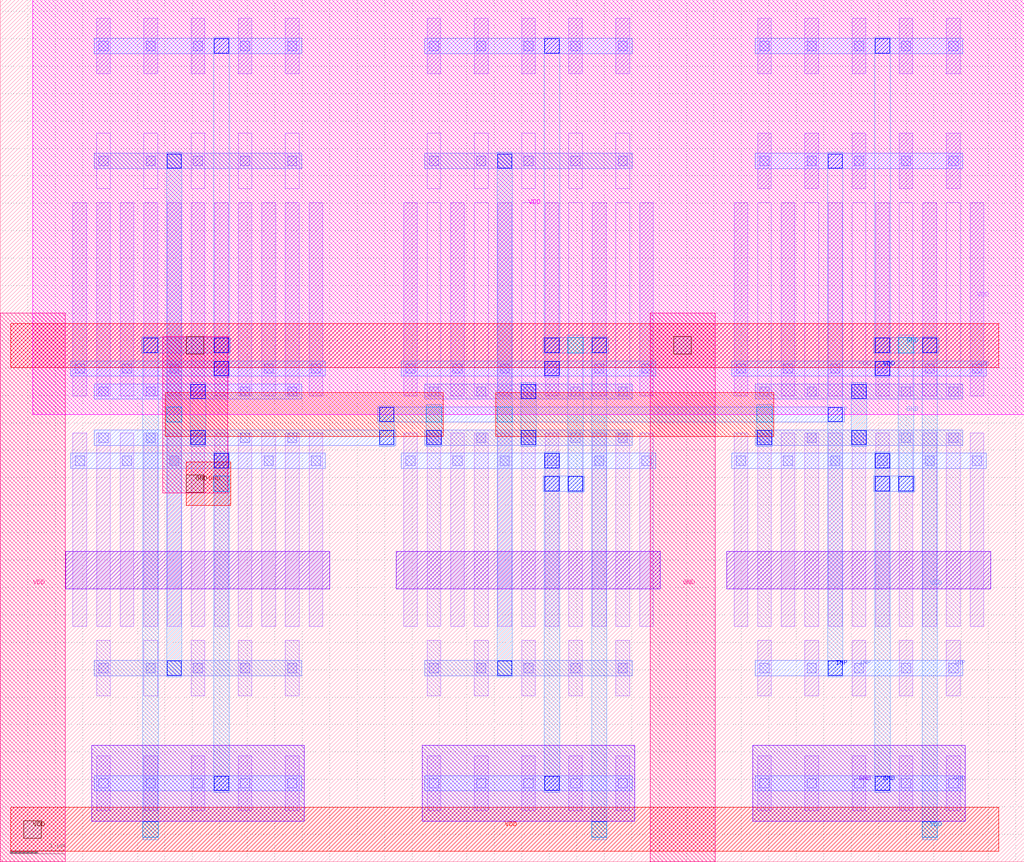
<source format=lef>
VERSION 5.7 ;
  NOWIREEXTENSIONATPIN ON ;
  DIVIDERCHAR "/" ;
  BUSBITCHARS "[]" ;
MACRO RING_OSCILLATOR
  CLASS BLOCK ;
  FOREIGN RING_OSCILLATOR ;
  ORIGIN 0.000 0.000 ;
  SIZE 18.650 BY 15.710 ;
  PIN VDD
    ANTENNADIFFAREA 7.014000 ;
    PORT
      LAYER nwell ;
        RECT 0.590 8.150 18.650 15.710 ;
      LAYER li1 ;
        RECT 1.755 14.365 2.005 15.375 ;
        RECT 2.615 14.365 2.865 15.375 ;
        RECT 3.475 14.365 3.725 15.375 ;
        RECT 4.335 14.365 4.585 15.375 ;
        RECT 5.195 14.365 5.445 15.375 ;
        RECT 7.775 14.365 8.025 15.375 ;
        RECT 8.635 14.365 8.885 15.375 ;
        RECT 9.495 14.365 9.745 15.375 ;
        RECT 10.355 14.365 10.605 15.375 ;
        RECT 11.215 14.365 11.465 15.375 ;
        RECT 13.795 14.365 14.045 15.375 ;
        RECT 14.655 14.365 14.905 15.375 ;
        RECT 15.515 14.365 15.765 15.375 ;
        RECT 16.375 14.365 16.625 15.375 ;
        RECT 17.235 14.365 17.485 15.375 ;
        RECT 1.325 8.485 1.575 12.015 ;
        RECT 2.185 8.485 2.435 12.015 ;
        RECT 3.045 8.485 3.295 12.015 ;
        RECT 3.905 8.485 4.155 12.015 ;
        RECT 4.765 8.485 5.015 12.015 ;
        RECT 5.625 8.485 5.875 12.015 ;
        RECT 7.345 8.485 7.595 12.015 ;
        RECT 8.205 8.485 8.455 12.015 ;
        RECT 9.065 8.485 9.315 12.015 ;
        RECT 9.925 8.485 10.175 12.015 ;
        RECT 10.785 8.485 11.035 12.015 ;
        RECT 11.645 8.485 11.895 12.015 ;
        RECT 13.365 8.485 13.615 12.015 ;
        RECT 14.225 8.485 14.475 12.015 ;
        RECT 15.085 8.485 15.335 12.015 ;
        RECT 15.945 8.485 16.195 12.015 ;
        RECT 16.805 8.485 17.055 12.015 ;
        RECT 17.665 8.485 17.915 12.015 ;
      LAYER mcon ;
        RECT 1.795 14.785 1.965 14.955 ;
        RECT 2.655 14.785 2.825 14.955 ;
        RECT 3.515 14.785 3.685 14.955 ;
        RECT 4.375 14.785 4.545 14.955 ;
        RECT 5.235 14.785 5.405 14.955 ;
        RECT 7.815 14.785 7.985 14.955 ;
        RECT 8.675 14.785 8.845 14.955 ;
        RECT 9.535 14.785 9.705 14.955 ;
        RECT 10.395 14.785 10.565 14.955 ;
        RECT 11.255 14.785 11.425 14.955 ;
        RECT 13.835 14.785 14.005 14.955 ;
        RECT 14.695 14.785 14.865 14.955 ;
        RECT 15.555 14.785 15.725 14.955 ;
        RECT 16.415 14.785 16.585 14.955 ;
        RECT 17.275 14.785 17.445 14.955 ;
        RECT 1.365 8.905 1.535 9.075 ;
        RECT 2.225 8.905 2.395 9.075 ;
        RECT 3.085 8.905 3.255 9.075 ;
        RECT 3.945 8.905 4.115 9.075 ;
        RECT 4.805 8.905 4.975 9.075 ;
        RECT 5.665 8.905 5.835 9.075 ;
        RECT 7.385 8.905 7.555 9.075 ;
        RECT 8.245 8.905 8.415 9.075 ;
        RECT 9.105 8.905 9.275 9.075 ;
        RECT 9.965 8.905 10.135 9.075 ;
        RECT 10.825 8.905 10.995 9.075 ;
        RECT 11.685 8.905 11.855 9.075 ;
        RECT 13.405 8.905 13.575 9.075 ;
        RECT 14.265 8.905 14.435 9.075 ;
        RECT 15.125 8.905 15.295 9.075 ;
        RECT 15.985 8.905 16.155 9.075 ;
        RECT 16.845 8.905 17.015 9.075 ;
        RECT 17.705 8.905 17.875 9.075 ;
      LAYER met1 ;
        RECT 1.710 14.730 5.490 15.010 ;
        RECT 7.730 14.730 11.510 15.010 ;
        RECT 13.750 14.730 17.530 15.010 ;
        RECT 2.580 9.270 4.190 9.550 ;
        RECT 9.890 9.270 11.070 9.550 ;
        RECT 15.910 9.270 17.090 9.550 ;
        RECT 1.280 8.850 5.920 9.130 ;
        RECT 7.300 8.850 11.940 9.130 ;
        RECT 13.320 8.850 17.960 9.130 ;
      LAYER via ;
        RECT 3.900 14.740 4.160 15.000 ;
        RECT 9.920 14.740 10.180 15.000 ;
        RECT 15.940 14.740 16.200 15.000 ;
        RECT 2.610 9.280 2.870 9.540 ;
        RECT 3.900 9.280 4.160 9.540 ;
        RECT 9.920 9.280 10.180 9.540 ;
        RECT 10.780 9.280 11.040 9.540 ;
        RECT 15.940 9.280 16.200 9.540 ;
        RECT 16.800 9.280 17.060 9.540 ;
        RECT 3.900 8.860 4.160 9.120 ;
        RECT 9.920 8.860 10.180 9.120 ;
        RECT 15.940 8.860 16.200 9.120 ;
      LAYER met2 ;
        RECT 2.600 0.405 2.880 9.570 ;
        RECT 3.890 8.830 4.170 15.030 ;
        RECT 9.910 8.830 10.190 15.030 ;
        RECT 10.770 0.405 11.050 9.570 ;
        RECT 15.930 8.830 16.210 15.030 ;
        RECT 16.790 0.405 17.070 9.570 ;
      LAYER via2 ;
        RECT 2.600 0.450 2.880 0.730 ;
        RECT 10.770 0.450 11.050 0.730 ;
        RECT 16.790 0.450 17.070 0.730 ;
      LAYER met3 ;
        RECT 0.190 0.190 18.190 0.990 ;
      LAYER via3 ;
        RECT 0.430 0.430 0.750 0.750 ;
      LAYER met4 ;
        RECT 0.000 0.000 1.180 10.000 ;
    END
  END VDD
  PIN INP
    ANTENNAGATEAREA 1.890000 ;
    ANTENNADIFFAREA 1.764000 ;
    PORT
      LAYER li1 ;
        RECT 13.795 12.265 14.045 13.275 ;
        RECT 14.655 12.265 14.905 13.275 ;
        RECT 15.515 12.265 15.765 13.275 ;
        RECT 16.375 12.265 16.625 13.275 ;
        RECT 17.235 12.265 17.485 13.275 ;
        RECT 1.755 8.485 2.005 12.015 ;
        RECT 2.615 8.485 2.865 12.015 ;
        RECT 3.475 8.485 3.725 12.015 ;
        RECT 4.335 8.485 4.585 12.015 ;
        RECT 5.195 8.485 5.445 12.015 ;
        RECT 1.755 4.285 2.005 7.815 ;
        RECT 2.615 4.285 2.865 7.815 ;
        RECT 3.475 4.285 3.725 7.815 ;
        RECT 4.335 4.285 4.585 7.815 ;
        RECT 5.195 4.285 5.445 7.815 ;
        RECT 13.795 3.025 14.045 4.035 ;
        RECT 14.655 3.025 14.905 4.035 ;
        RECT 15.515 3.025 15.765 4.035 ;
        RECT 16.375 3.025 16.625 4.035 ;
        RECT 17.235 3.025 17.485 4.035 ;
      LAYER mcon ;
        RECT 13.835 12.685 14.005 12.855 ;
        RECT 14.695 12.685 14.865 12.855 ;
        RECT 15.555 12.685 15.725 12.855 ;
        RECT 16.415 12.685 16.585 12.855 ;
        RECT 17.275 12.685 17.445 12.855 ;
        RECT 1.795 8.485 1.965 8.655 ;
        RECT 2.655 8.485 2.825 8.655 ;
        RECT 3.515 8.485 3.685 8.655 ;
        RECT 4.375 8.485 4.545 8.655 ;
        RECT 5.235 8.485 5.405 8.655 ;
        RECT 1.795 7.645 1.965 7.815 ;
        RECT 2.655 7.645 2.825 7.815 ;
        RECT 3.515 7.645 3.685 7.815 ;
        RECT 4.375 7.645 4.545 7.815 ;
        RECT 5.235 7.645 5.405 7.815 ;
        RECT 13.835 3.445 14.005 3.615 ;
        RECT 14.695 3.445 14.865 3.615 ;
        RECT 15.555 3.445 15.725 3.615 ;
        RECT 16.415 3.445 16.585 3.615 ;
        RECT 17.275 3.445 17.445 3.615 ;
      LAYER met1 ;
        RECT 13.750 12.630 17.530 12.910 ;
        RECT 1.710 8.430 5.490 8.710 ;
        RECT 6.880 8.010 15.370 8.290 ;
        RECT 1.710 7.590 7.200 7.870 ;
        RECT 13.750 3.390 17.530 3.670 ;
      LAYER via ;
        RECT 15.080 12.640 15.340 12.900 ;
        RECT 3.470 8.440 3.730 8.700 ;
        RECT 6.910 8.020 7.170 8.280 ;
        RECT 15.080 8.020 15.340 8.280 ;
        RECT 3.470 7.600 3.730 7.860 ;
        RECT 6.910 7.600 7.170 7.860 ;
        RECT 15.080 3.400 15.340 3.660 ;
      LAYER met2 ;
        RECT 3.460 7.570 3.740 8.730 ;
        RECT 6.900 7.570 7.180 8.310 ;
        RECT 15.070 3.370 15.350 12.930 ;
    END
  END INP
  PIN GND
    ANTENNADIFFAREA 4.935000 ;
    PORT
      LAYER pwell ;
        RECT 1.665 0.740 5.535 2.120 ;
        RECT 7.685 0.740 11.555 2.120 ;
        RECT 13.705 0.740 17.575 2.120 ;
      LAYER li1 ;
        RECT 1.325 4.285 1.575 7.815 ;
        RECT 2.185 4.285 2.435 7.815 ;
        RECT 3.045 4.285 3.295 7.815 ;
        RECT 3.905 4.285 4.155 7.815 ;
        RECT 4.765 4.285 5.015 7.815 ;
        RECT 5.625 4.285 5.875 7.815 ;
        RECT 7.345 4.285 7.595 7.815 ;
        RECT 8.205 4.285 8.455 7.815 ;
        RECT 9.065 4.285 9.315 7.815 ;
        RECT 9.925 4.285 10.175 7.815 ;
        RECT 10.785 4.285 11.035 7.815 ;
        RECT 11.645 4.285 11.895 7.815 ;
        RECT 13.365 4.285 13.615 7.815 ;
        RECT 14.225 4.285 14.475 7.815 ;
        RECT 15.085 4.285 15.335 7.815 ;
        RECT 15.945 4.285 16.195 7.815 ;
        RECT 16.805 4.285 17.055 7.815 ;
        RECT 17.665 4.285 17.915 7.815 ;
        RECT 1.755 0.925 2.005 1.935 ;
        RECT 2.615 0.925 2.865 1.935 ;
        RECT 3.475 0.925 3.725 1.935 ;
        RECT 4.335 0.925 4.585 1.935 ;
        RECT 5.195 0.925 5.445 1.935 ;
        RECT 7.775 0.925 8.025 1.935 ;
        RECT 8.635 0.925 8.885 1.935 ;
        RECT 9.495 0.925 9.745 1.935 ;
        RECT 10.355 0.925 10.605 1.935 ;
        RECT 11.215 0.925 11.465 1.935 ;
        RECT 13.795 0.925 14.045 1.935 ;
        RECT 14.655 0.925 14.905 1.935 ;
        RECT 15.515 0.925 15.765 1.935 ;
        RECT 16.375 0.925 16.625 1.935 ;
        RECT 17.235 0.925 17.485 1.935 ;
      LAYER mcon ;
        RECT 1.365 7.225 1.535 7.395 ;
        RECT 2.225 7.225 2.395 7.395 ;
        RECT 3.085 7.225 3.255 7.395 ;
        RECT 3.945 7.225 4.115 7.395 ;
        RECT 4.805 7.225 4.975 7.395 ;
        RECT 5.665 7.225 5.835 7.395 ;
        RECT 7.385 7.225 7.555 7.395 ;
        RECT 8.245 7.225 8.415 7.395 ;
        RECT 9.105 7.225 9.275 7.395 ;
        RECT 9.965 7.225 10.135 7.395 ;
        RECT 10.825 7.225 10.995 7.395 ;
        RECT 11.685 7.225 11.855 7.395 ;
        RECT 13.405 7.225 13.575 7.395 ;
        RECT 14.265 7.225 14.435 7.395 ;
        RECT 15.125 7.225 15.295 7.395 ;
        RECT 15.985 7.225 16.155 7.395 ;
        RECT 16.845 7.225 17.015 7.395 ;
        RECT 17.705 7.225 17.875 7.395 ;
        RECT 1.795 1.345 1.965 1.515 ;
        RECT 2.655 1.345 2.825 1.515 ;
        RECT 3.515 1.345 3.685 1.515 ;
        RECT 4.375 1.345 4.545 1.515 ;
        RECT 5.235 1.345 5.405 1.515 ;
        RECT 7.815 1.345 7.985 1.515 ;
        RECT 8.675 1.345 8.845 1.515 ;
        RECT 9.535 1.345 9.705 1.515 ;
        RECT 10.395 1.345 10.565 1.515 ;
        RECT 11.255 1.345 11.425 1.515 ;
        RECT 13.835 1.345 14.005 1.515 ;
        RECT 14.695 1.345 14.865 1.515 ;
        RECT 15.555 1.345 15.725 1.515 ;
        RECT 16.415 1.345 16.585 1.515 ;
        RECT 17.275 1.345 17.445 1.515 ;
      LAYER met1 ;
        RECT 1.280 7.170 5.920 7.450 ;
        RECT 7.300 7.170 11.940 7.450 ;
        RECT 13.320 7.170 17.960 7.450 ;
        RECT 9.890 6.750 10.640 7.030 ;
        RECT 15.910 6.750 16.660 7.030 ;
        RECT 1.710 1.290 5.490 1.570 ;
        RECT 7.730 1.290 11.510 1.570 ;
        RECT 13.750 1.290 17.530 1.570 ;
      LAYER via ;
        RECT 3.900 7.180 4.160 7.440 ;
        RECT 9.920 7.180 10.180 7.440 ;
        RECT 15.940 7.180 16.200 7.440 ;
        RECT 9.920 6.760 10.180 7.020 ;
        RECT 10.350 6.760 10.610 7.020 ;
        RECT 15.940 6.760 16.200 7.020 ;
        RECT 16.370 6.760 16.630 7.020 ;
        RECT 3.900 1.300 4.160 1.560 ;
        RECT 9.920 1.300 10.180 1.560 ;
        RECT 15.940 1.300 16.200 1.560 ;
      LAYER met2 ;
        RECT 3.890 1.270 4.170 7.470 ;
        RECT 9.910 1.270 10.190 7.470 ;
        RECT 10.340 6.730 10.620 9.595 ;
        RECT 15.930 1.270 16.210 7.470 ;
        RECT 16.360 6.730 16.640 9.595 ;
      LAYER via2 ;
        RECT 10.340 9.270 10.620 9.550 ;
        RECT 3.890 6.750 4.170 7.030 ;
        RECT 16.360 9.270 16.640 9.550 ;
      LAYER met3 ;
        RECT 0.190 9.010 18.190 9.810 ;
        RECT 3.385 6.490 4.195 7.290 ;
      LAYER via3 ;
        RECT 3.390 9.250 3.710 9.570 ;
        RECT 12.270 9.250 12.590 9.570 ;
        RECT 3.390 6.730 3.710 7.050 ;
      LAYER met4 ;
        RECT 2.960 6.725 4.140 9.575 ;
        RECT 11.840 0.000 13.020 10.000 ;
    END
  END GND
  OBS
      LAYER pwell ;
        RECT 1.195 4.975 6.005 5.655 ;
        RECT 7.215 4.975 12.025 5.655 ;
        RECT 13.235 4.975 18.045 5.655 ;
      LAYER li1 ;
        RECT 1.755 12.265 2.005 13.275 ;
        RECT 2.615 12.265 2.865 13.275 ;
        RECT 3.475 12.265 3.725 13.275 ;
        RECT 4.335 12.265 4.585 13.275 ;
        RECT 5.195 12.265 5.445 13.275 ;
        RECT 7.775 12.265 8.025 13.275 ;
        RECT 8.635 12.265 8.885 13.275 ;
        RECT 9.495 12.265 9.745 13.275 ;
        RECT 10.355 12.265 10.605 13.275 ;
        RECT 11.215 12.265 11.465 13.275 ;
        RECT 7.775 8.485 8.025 12.015 ;
        RECT 8.635 8.485 8.885 12.015 ;
        RECT 9.495 8.485 9.745 12.015 ;
        RECT 10.355 8.485 10.605 12.015 ;
        RECT 11.215 8.485 11.465 12.015 ;
        RECT 13.795 8.485 14.045 12.015 ;
        RECT 14.655 8.485 14.905 12.015 ;
        RECT 15.515 8.485 15.765 12.015 ;
        RECT 16.375 8.485 16.625 12.015 ;
        RECT 17.235 8.485 17.485 12.015 ;
        RECT 7.775 4.285 8.025 7.815 ;
        RECT 8.635 4.285 8.885 7.815 ;
        RECT 9.495 4.285 9.745 7.815 ;
        RECT 10.355 4.285 10.605 7.815 ;
        RECT 11.215 4.285 11.465 7.815 ;
        RECT 13.795 4.285 14.045 7.815 ;
        RECT 14.655 4.285 14.905 7.815 ;
        RECT 15.515 4.285 15.765 7.815 ;
        RECT 16.375 4.285 16.625 7.815 ;
        RECT 17.235 4.285 17.485 7.815 ;
        RECT 1.755 3.025 2.005 4.035 ;
        RECT 2.615 3.025 2.865 4.035 ;
        RECT 3.475 3.025 3.725 4.035 ;
        RECT 4.335 3.025 4.585 4.035 ;
        RECT 5.195 3.025 5.445 4.035 ;
        RECT 7.775 3.025 8.025 4.035 ;
        RECT 8.635 3.025 8.885 4.035 ;
        RECT 9.495 3.025 9.745 4.035 ;
        RECT 10.355 3.025 10.605 4.035 ;
        RECT 11.215 3.025 11.465 4.035 ;
      LAYER mcon ;
        RECT 1.795 12.685 1.965 12.855 ;
        RECT 2.655 12.685 2.825 12.855 ;
        RECT 3.515 12.685 3.685 12.855 ;
        RECT 4.375 12.685 4.545 12.855 ;
        RECT 5.235 12.685 5.405 12.855 ;
        RECT 7.815 12.685 7.985 12.855 ;
        RECT 8.675 12.685 8.845 12.855 ;
        RECT 9.535 12.685 9.705 12.855 ;
        RECT 10.395 12.685 10.565 12.855 ;
        RECT 11.255 12.685 11.425 12.855 ;
        RECT 7.815 8.485 7.985 8.655 ;
        RECT 8.675 8.485 8.845 8.655 ;
        RECT 9.535 8.485 9.705 8.655 ;
        RECT 10.395 8.485 10.565 8.655 ;
        RECT 11.255 8.485 11.425 8.655 ;
        RECT 13.835 8.485 14.005 8.655 ;
        RECT 14.695 8.485 14.865 8.655 ;
        RECT 15.555 8.485 15.725 8.655 ;
        RECT 16.415 8.485 16.585 8.655 ;
        RECT 17.275 8.485 17.445 8.655 ;
        RECT 7.815 7.645 7.985 7.815 ;
        RECT 8.675 7.645 8.845 7.815 ;
        RECT 9.535 7.645 9.705 7.815 ;
        RECT 10.395 7.645 10.565 7.815 ;
        RECT 11.255 7.645 11.425 7.815 ;
        RECT 13.835 7.645 14.005 7.815 ;
        RECT 14.695 7.645 14.865 7.815 ;
        RECT 15.555 7.645 15.725 7.815 ;
        RECT 16.415 7.645 16.585 7.815 ;
        RECT 17.275 7.645 17.445 7.815 ;
        RECT 1.795 3.445 1.965 3.615 ;
        RECT 2.655 3.445 2.825 3.615 ;
        RECT 3.515 3.445 3.685 3.615 ;
        RECT 4.375 3.445 4.545 3.615 ;
        RECT 5.235 3.445 5.405 3.615 ;
        RECT 7.815 3.445 7.985 3.615 ;
        RECT 8.675 3.445 8.845 3.615 ;
        RECT 9.535 3.445 9.705 3.615 ;
        RECT 10.395 3.445 10.565 3.615 ;
        RECT 11.255 3.445 11.425 3.615 ;
      LAYER met1 ;
        RECT 1.710 12.630 5.490 12.910 ;
        RECT 7.730 12.630 11.510 12.910 ;
        RECT 7.730 8.430 11.510 8.710 ;
        RECT 13.750 8.430 17.530 8.710 ;
        RECT 7.730 7.590 11.510 7.870 ;
        RECT 13.750 7.590 17.530 7.870 ;
        RECT 1.710 3.390 5.490 3.670 ;
        RECT 7.730 3.390 11.510 3.670 ;
      LAYER via ;
        RECT 3.040 12.640 3.300 12.900 ;
        RECT 9.060 12.640 9.320 12.900 ;
        RECT 9.490 8.440 9.750 8.700 ;
        RECT 15.510 8.440 15.770 8.700 ;
        RECT 7.770 7.600 8.030 7.860 ;
        RECT 9.490 7.600 9.750 7.860 ;
        RECT 13.790 7.600 14.050 7.860 ;
        RECT 15.510 7.600 15.770 7.860 ;
        RECT 3.040 3.400 3.300 3.660 ;
        RECT 9.060 3.400 9.320 3.660 ;
      LAYER met2 ;
        RECT 3.030 3.370 3.310 12.930 ;
        RECT 7.760 7.570 8.040 8.335 ;
        RECT 9.050 3.370 9.330 12.930 ;
        RECT 9.480 7.570 9.760 8.730 ;
        RECT 13.780 7.570 14.060 8.335 ;
        RECT 15.500 7.570 15.780 8.730 ;
      LAYER via2 ;
        RECT 3.030 8.010 3.310 8.290 ;
        RECT 7.760 8.010 8.040 8.290 ;
        RECT 9.050 8.010 9.330 8.290 ;
        RECT 13.780 8.010 14.060 8.290 ;
      LAYER met3 ;
        RECT 3.005 7.750 8.065 8.550 ;
        RECT 9.025 7.750 14.085 8.550 ;
  END
END RING_OSCILLATOR
END LIBRARY


</source>
